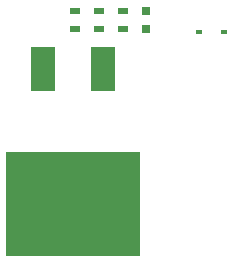
<source format=gtp>
G04 #@! TF.FileFunction,Paste,Top*
%FSLAX46Y46*%
G04 Gerber Fmt 4.6, Leading zero omitted, Abs format (unit mm)*
G04 Created by KiCad (PCBNEW 4.0.2-stable) date 04/06/2016 20:31:28*
%MOMM*%
G01*
G04 APERTURE LIST*
%ADD10C,0.100000*%
%ADD11R,0.590000X0.450000*%
%ADD12R,0.797560X0.797560*%
%ADD13R,0.900000X0.500000*%
%ADD14R,2.082800X3.810000*%
%ADD15R,11.430000X8.890000*%
G04 APERTURE END LIST*
D10*
D11*
X161055000Y-100500000D03*
X158945000Y-100500000D03*
D12*
X154500000Y-100249300D03*
X154500000Y-98750700D03*
D13*
X150500000Y-100250000D03*
X150500000Y-98750000D03*
X148500000Y-100250000D03*
X148500000Y-98750000D03*
X152500000Y-98750000D03*
X152500000Y-100250000D03*
D14*
X150840000Y-103660000D03*
X145760000Y-103660000D03*
D15*
X148300000Y-115090000D03*
M02*

</source>
